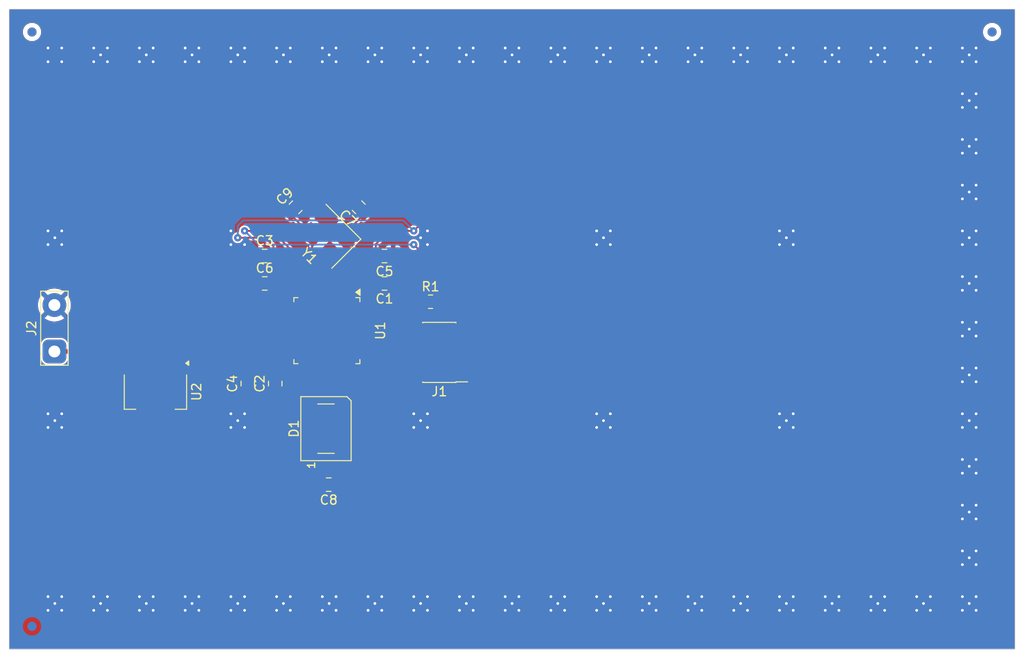
<source format=kicad_pcb>
(kicad_pcb (version 20241229) (generator "pcbnew") (generator_version "9.0")
  (layers (0 "F.Cu" signal) (2 "B.Cu" signal) (13 "F.Paste" user) (15 "B.Paste" user) (5 "F.SilkS" user "F.Silkscreen") (7 "B.SilkS" user "B.Silkscreen") (1 "F.Mask" user) (3 "B.Mask" user) (25 "Edge.Cuts" user))
  (net 0 "")
  (net 16 "GND")
  (net 17 "+3V3")
  (net 18 "OSC_IN")
  (net 19 "+5V")
  (net 20 "OSC_OUT")
  (net 21 "DATA")
  (net 23 "SWCLK")
  (net 25 "SWDIO")
  (net 26 "RESET")
  (net 27 "BOOT0")
  (net 28 "~{RE}")
  (net 29 "PEEL2")
  (net 30 "MCU_TX")
  (net 31 "DRIVE2")
  (net 32 "LED_G")
  (net 33 "DRIVE_QUAD_A")
  (net 34 "SW1")
  (net 35 "MOTOR_ENABLE")
  (net 36 "PA3")
  (net 37 "LED_B")
  (net 38 "PEEL1")
  (net 39 "DE")
  (net 40 "DRIVE1")
  (net 41 "DRIVE_QUAD_B")
  (net 42 "PA1")
  (net 43 "MCU_RX")
  (net 44 "PA0")
  (net 45 "LED_R")
  (net 46 "SW2")
  (footprint "Package_TO_SOT_SMD:SOT-223-3_TabPin2" (layer "F.Cu") (at 16 -28.149999 -90)
    (property "Reference" "U2" (at 0 -4.500001 90) (layer "F.SilkS"))
    (property "Value" "AZ1117-3.3")
    (pad "1" smd roundrect (at -3.15 -2.3 270) (size 2 1.5) (layers "F.Cu" "F.Mask" "F.Paste") (net 16 "GND"))
    (pad "2" smd roundrect (at -3.149999 0 270) (size 2 1.5) (layers "F.Cu" "F.Mask" "F.Paste") (net 17 "+3V3"))
    (pad "2" smd roundrect (at 3.149999 0 270) (size 2 3.8) (layers "F.Cu" "F.Mask" "F.Paste") (net 17 "+3V3"))
    (pad "3" smd roundrect (at -3.15 2.3 270) (size 2 1.5) (layers "F.Cu" "F.Mask" "F.Paste") (net 19 "+5V"))
  )
  (footprint "Connector_PinHeader_1.27mm:PinHeader_2x05_P1.27mm_Vertical_SMD" (layer "F.Cu") (at 47.05 -32.46 180)
    (property "Reference" "J1" (at 0 -4.285001 0) (layer "F.SilkS"))
    (property "Value" "SWD_10")
    (pad "1" smd rect (at -1.95 -2.54 180) (size 2.4 0.74) (layers "F.Cu" "F.Mask" "F.Paste") (net 17 "+3V3"))
    (pad "2" smd rect (at 1.95 -2.54 180) (size 2.4 0.74) (layers "F.Cu" "F.Mask" "F.Paste") (net 25 "SWDIO"))
    (pad "3" smd rect (at -1.95 -1.27 180) (size 2.4 0.74) (layers "F.Cu" "F.Mask" "F.Paste") (net 16 "GND"))
    (pad "4" smd rect (at 1.95 -1.27 180) (size 2.4 0.74) (layers "F.Cu" "F.Mask" "F.Paste") (net 23 "SWCLK"))
    (pad "5" smd rect (at -1.95 0 180) (size 2.4 0.74) (layers "F.Cu" "F.Mask" "F.Paste") (net 16 "GND"))
    (pad "6" smd rect (at 1.95 0 180) (size 2.4 0.74) (layers "F.Cu" "F.Mask" "F.Paste") (net 16 "GND"))
    (pad "7" smd rect (at -1.95 1.27 180) (size 2.4 0.74) (layers "F.Cu" "F.Mask" "F.Paste"))
    (pad "8" smd rect (at 1.95 1.27 180) (size 2.4 0.74) (layers "F.Cu" "F.Mask" "F.Paste") (net 16 "GND"))
    (pad "9" smd rect (at -1.95 2.54 180) (size 2.4 0.74) (layers "F.Cu" "F.Mask" "F.Paste") (net 16 "GND"))
    (pad "10" smd rect (at 1.95 2.54 180) (size 2.4 0.74) (layers "F.Cu" "F.Mask" "F.Paste") (net 26 "RESET"))
  )
  (footprint "Fiducial:Fiducial_1mm_Mask2mm" (layer "F.Cu") (at 107.5 -67.5)
    (property "Reference" "REF**" (hide yes))
    (property "Value" "Fiducial_1mm_Mask2mm" (hide yes))
    (pad "" smd circle (at 0 0) (size 1 1) (layers "F.Cu" "F.Mask"))
  )
  (footprint "TestPoint:TestPoint_2Pads_Pitch5.08mm_Drill1.3mm" (layer "F.Cu") (at 4.95 -32.56 90)
    (property "Reference" "J2" (at 2.54 -2.5 90) (layer "F.SilkS"))
    (property "Value" "PWR")
    (pad "1" thru_hole roundrect (at 0 0 90) (size 2.6 2.6) (drill 1.3) (layers "*.Cu" "*.Mask") (net 19 "+5V"))
    (pad "2" thru_hole circle (at 5.079999 0 90) (size 2.6 2.6) (drill 1.3) (layers "*.Cu" "*.Mask") (net 16 "GND"))
  )
  (footprint "Fiducial:Fiducial_1mm_Mask2mm" (layer "F.Cu") (at 2.5 -67.5)
    (property "Reference" "REF**" (hide yes))
    (property "Value" "Fiducial_1mm_Mask2mm" (hide yes))
    (pad "" smd circle (at 0 0) (size 1 1) (layers "F.Cu" "F.Mask"))
  )
  (footprint "Capacitor_SMD:C_0805_2012Metric" (layer "F.Cu") (at 38.229251 -48.328249 135)
    (property "Reference" "C7" (at 0 -1.679999 135) (layer "F.SilkS"))
    (property "Value" "15p")
    (pad "1" smd roundrect (at -0.949999 0 135) (size 1 1.45) (layers "F.Cu" "F.Mask" "F.Paste") (net 18 "OSC_IN"))
    (pad "2" smd roundrect (at 0.949999 0 135) (size 1 1.45) (layers "F.Cu" "F.Mask" "F.Paste") (net 16 "GND"))
  )
  (footprint "Capacitor_SMD:C_0805_2012Metric" (layer "F.Cu") (at 31.328249 -48.328249 45)
    (property "Reference" "C9" (at 0 -1.679999 45) (layer "F.SilkS"))
    (property "Value" "15p")
    (pad "1" smd roundrect (at -0.949999 0 45) (size 1 1.45) (layers "F.Cu" "F.Mask" "F.Paste") (net 20 "OSC_OUT"))
    (pad "2" smd roundrect (at 0.949999 0 45) (size 1 1.45) (layers "F.Cu" "F.Mask" "F.Paste") (net 16 "GND"))
  )
  (footprint "Fiducial:Fiducial_1mm_Mask2mm" (layer "F.Cu") (at 107.5 -2.5)
    (property "Reference" "REF**" (hide yes))
    (property "Value" "Fiducial_1mm_Mask2mm" (hide yes))
    (pad "" smd circle (at 0 0) (size 1 1) (layers "F.Cu" "F.Mask"))
  )
  (footprint "Crystal:Crystal_SMD_3225-4Pin_3.2x2.5mm_HandSoldering" (layer "F.Cu") (at 34.962132 -45.161522 135)
    (property "Reference" "Y1" (at 0 -3.05 135) (layer "F.SilkS"))
    (property "Value" "8MHz")
    (pad "1" smd rect (at -1.45 1.15 135) (size 2.1 1.8) (layers "F.Cu" "F.Mask" "F.Paste") (net 18 "OSC_IN"))
    (pad "2" smd rect (at 1.45 1.15 135) (size 2.1 1.8) (layers "F.Cu" "F.Mask" "F.Paste") (net 16 "GND"))
    (pad "3" smd rect (at 1.45 -1.15 135) (size 2.1 1.8) (layers "F.Cu" "F.Mask" "F.Paste") (net 20 "OSC_OUT"))
    (pad "4" smd rect (at -1.45 -1.15 135) (size 2.1 1.8) (layers "F.Cu" "F.Mask" "F.Paste") (net 16 "GND"))
  )
  (footprint "Capacitor_SMD:C_0805_2012Metric" (layer "F.Cu") (at 41.050001 -43 180)
    (property "Reference" "C5" (at 0 -1.679999 0) (layer "F.SilkS"))
    (property "Value" "4.7uF")
    (pad "1" smd roundrect (at -0.949999 0 180) (size 1 1.45) (layers "F.Cu" "F.Mask" "F.Paste") (net 16 "GND"))
    (pad "2" smd roundrect (at 0.949999 0 180) (size 1 1.45) (layers "F.Cu" "F.Mask" "F.Paste") (net 17 "+3V3"))
  )
  (footprint "Resistor_SMD:R_0805_2012Metric" (layer "F.Cu") (at 46.0875 -38)
    (property "Reference" "R1" (at 0 -1.65 0) (layer "F.SilkS"))
    (property "Value" "10K")
    (pad "1" smd roundrect (at -0.9125 0) (size 1.025 1.4) (layers "F.Cu" "F.Mask" "F.Paste") (roundrect_rratio 0.243902) (net 26 "RESET"))
    (pad "2" smd roundrect (at 0.9125 0) (size 1.025 1.4) (layers "F.Cu" "F.Mask" "F.Paste") (roundrect_rratio 0.243902) (net 17 "+3V3"))
  )
  (footprint "Capacitor_SMD:C_0805_2012Metric" (layer "F.Cu") (at 34.949999 -18 180)
    (property "Reference" "C8" (at 0 -1.679999 0) (layer "F.SilkS"))
    (property "Value" "4.7uF")
    (pad "1" smd roundrect (at -0.949999 0 180) (size 1 1.45) (layers "F.Cu" "F.Mask" "F.Paste") (net 16 "GND"))
    (pad "2" smd roundrect (at 0.949999 0 180) (size 1 1.45) (layers "F.Cu" "F.Mask" "F.Paste") (net 19 "+5V"))
  )
  (footprint "Capacitor_SMD:C_0805_2012Metric" (layer "F.Cu") (at 41.050001 -40 180)
    (property "Reference" "C1" (at 0 -1.679999 0) (layer "F.SilkS"))
    (property "Value" "100n")
    (pad "1" smd roundrect (at -0.949999 0 180) (size 1 1.45) (layers "F.Cu" "F.Mask" "F.Paste") (net 16 "GND"))
    (pad "2" smd roundrect (at 0.949999 0 180) (size 1 1.45) (layers "F.Cu" "F.Mask" "F.Paste") (net 17 "+3V3"))
  )
  (footprint "Package_QFP:LQFP-48_7x7mm_P0.5mm" (layer "F.Cu") (at 34.75 -34.8375 -90)
    (property "Reference" "U1" (at 0 -5.85 90) (layer "F.SilkS"))
    (property "Value" "STM32F031C6Tx")
    (pad "1" smd roundrect (at -4.1625 -2.75 270) (size 1.475 0.3) (layers "F.Cu" "F.Mask" "F.Paste") (net 17 "+3V3"))
    (pad "2" smd roundrect (at -4.1625 -2.25 270) (size 1.475 0.3) (layers "F.Cu" "F.Mask" "F.Paste"))
    (pad "3" smd roundrect (at -4.1625 -1.75 270) (size 1.475 0.3) (layers "F.Cu" "F.Mask" "F.Paste"))
    (pad "4" smd roundrect (at -4.1625 -1.249999 270) (size 1.475 0.3) (layers "F.Cu" "F.Mask" "F.Paste"))
    (pad "5" smd roundrect (at -4.1625 -0.75 270) (size 1.475 0.3) (layers "F.Cu" "F.Mask" "F.Paste") (net 18 "OSC_IN"))
    (pad "6" smd roundrect (at -4.1625 -0.25 270) (size 1.475 0.3) (layers "F.Cu" "F.Mask" "F.Paste") (net 20 "OSC_OUT"))
    (pad "7" smd roundrect (at -4.1625 0.25 270) (size 1.475 0.3) (layers "F.Cu" "F.Mask" "F.Paste") (net 26 "RESET"))
    (pad "8" smd roundrect (at -4.1625 0.75 270) (size 1.475 0.3) (layers "F.Cu" "F.Mask" "F.Paste") (net 16 "GND"))
    (pad "9" smd roundrect (at -4.1625 1.249999 270) (size 1.475 0.3) (layers "F.Cu" "F.Mask" "F.Paste") (net 17 "+3V3"))
    (pad "10" smd roundrect (at -4.1625 1.75 270) (size 1.475 0.3) (layers "F.Cu" "F.Mask" "F.Paste") (net 44 "PA0"))
    (pad "11" smd roundrect (at -4.1625 2.25 270) (size 1.475 0.3) (layers "F.Cu" "F.Mask" "F.Paste") (net 42 "PA1"))
    (pad "12" smd roundrect (at -4.1625 2.75 270) (size 1.475 0.3) (layers "F.Cu" "F.Mask" "F.Paste") (net 35 "MOTOR_ENABLE"))
    (pad "13" smd roundrect (at -2.75 4.1625 270) (size 0.3 1.475) (layers "F.Cu" "F.Mask" "F.Paste") (net 36 "PA3"))
    (pad "14" smd roundrect (at -2.25 4.1625 270) (size 0.3 1.475) (layers "F.Cu" "F.Mask" "F.Paste") (net 37 "LED_B"))
    (pad "15" smd roundrect (at -1.75 4.1625 270) (size 0.3 1.475) (layers "F.Cu" "F.Mask" "F.Paste"))
    (pad "16" smd roundrect (at -1.249999 4.1625 270) (size 0.3 1.475) (layers "F.Cu" "F.Mask" "F.Paste") (net 32 "LED_G"))
    (pad "17" smd roundrect (at -0.75 4.1625 270) (size 0.3 1.475) (layers "F.Cu" "F.Mask" "F.Paste") (net 45 "LED_R"))
    (pad "18" smd roundrect (at -0.25 4.1625 270) (size 0.3 1.475) (layers "F.Cu" "F.Mask" "F.Paste") (net 46 "SW2"))
    (pad "19" smd roundrect (at 0.25 4.1625 270) (size 0.3 1.475) (layers "F.Cu" "F.Mask" "F.Paste") (net 34 "SW1"))
    (pad "20" smd roundrect (at 0.75 4.1625 270) (size 0.3 1.475) (layers "F.Cu" "F.Mask" "F.Paste"))
    (pad "21" smd roundrect (at 1.249999 4.1625 270) (size 0.3 1.475) (layers "F.Cu" "F.Mask" "F.Paste"))
    (pad "22" smd roundrect (at 1.75 4.1625 270) (size 0.3 1.475) (layers "F.Cu" "F.Mask" "F.Paste"))
    (pad "23" smd roundrect (at 2.25 4.1625 270) (size 0.3 1.475) (layers "F.Cu" "F.Mask" "F.Paste") (net 16 "GND"))
    (pad "24" smd roundrect (at 2.75 4.1625 270) (size 0.3 1.475) (layers "F.Cu" "F.Mask" "F.Paste") (net 17 "+3V3"))
    (pad "25" smd roundrect (at 4.1625 2.75 270) (size 1.475 0.3) (layers "F.Cu" "F.Mask" "F.Paste"))
    (pad "26" smd roundrect (at 4.1625 2.25 270) (size 1.475 0.3) (layers "F.Cu" "F.Mask" "F.Paste"))
    (pad "27" smd roundrect (at 4.1625 1.75 270) (size 1.475 0.3) (layers "F.Cu" "F.Mask" "F.Paste"))
    (pad "28" smd roundrect (at 4.1625 1.249999 270) (size 1.475 0.3) (layers "F.Cu" "F.Mask" "F.Paste"))
    (pad "29" smd roundrect (at 4.1625 0.75 270) (size 1.475 0.3) (layers "F.Cu" "F.Mask" "F.Paste") (net 21 "DATA"))
    (pad "30" smd roundrect (at 4.1625 0.25 270) (size 1.475 0.3) (layers "F.Cu" "F.Mask" "F.Paste") (net 30 "MCU_TX"))
    (pad "31" smd roundrect (at 4.1625 -0.25 270) (size 1.475 0.3) (layers "F.Cu" "F.Mask" "F.Paste") (net 43 "MCU_RX"))
    (pad "32" smd roundrect (at 4.1625 -0.75 270) (size 1.475 0.3) (layers "F.Cu" "F.Mask" "F.Paste") (net 28 "~{RE}"))
    (pad "33" smd roundrect (at 4.1625 -1.249999 270) (size 1.475 0.3) (layers "F.Cu" "F.Mask" "F.Paste") (net 39 "DE"))
    (pad "34" smd roundrect (at 4.1625 -1.75 270) (size 1.475 0.3) (layers "F.Cu" "F.Mask" "F.Paste") (net 25 "SWDIO"))
    (pad "35" smd roundrect (at 4.1625 -2.25 270) (size 1.475 0.3) (layers "F.Cu" "F.Mask" "F.Paste"))
    (pad "36" smd roundrect (at 4.1625 -2.75 270) (size 1.475 0.3) (layers "F.Cu" "F.Mask" "F.Paste"))
    (pad "37" smd roundrect (at 2.75 -4.1625 270) (size 0.3 1.475) (layers "F.Cu" "F.Mask" "F.Paste") (net 23 "SWCLK"))
    (pad "38" smd roundrect (at 2.25 -4.1625 270) (size 0.3 1.475) (layers "F.Cu" "F.Mask" "F.Paste") (net 29 "PEEL2"))
    (pad "39" smd roundrect (at 1.75 -4.1625 270) (size 0.3 1.475) (layers "F.Cu" "F.Mask" "F.Paste") (net 38 "PEEL1"))
    (pad "40" smd roundrect (at 1.249999 -4.1625 270) (size 0.3 1.475) (layers "F.Cu" "F.Mask" "F.Paste") (net 40 "DRIVE1"))
    (pad "41" smd roundrect (at 0.75 -4.1625 270) (size 0.3 1.475) (layers "F.Cu" "F.Mask" "F.Paste") (net 31 "DRIVE2"))
    (pad "42" smd roundrect (at 0.25 -4.1625 270) (size 0.3 1.475) (layers "F.Cu" "F.Mask" "F.Paste") (net 33 "DRIVE_QUAD_A"))
    (pad "43" smd roundrect (at -0.25 -4.1625 270) (size 0.3 1.475) (layers "F.Cu" "F.Mask" "F.Paste") (net 41 "DRIVE_QUAD_B"))
    (pad "44" smd roundrect (at -0.75 -4.1625 270) (size 0.3 1.475) (layers "F.Cu" "F.Mask" "F.Paste") (net 27 "BOOT0"))
    (pad "45" smd roundrect (at -1.249999 -4.1625 270) (size 0.3 1.475) (layers "F.Cu" "F.Mask" "F.Paste"))
    (pad "46" smd roundrect (at -1.75 -4.1625 270) (size 0.3 1.475) (layers "F.Cu" "F.Mask" "F.Paste"))
    (pad "47" smd roundrect (at -2.25 -4.1625 270) (size 0.3 1.475) (layers "F.Cu" "F.Mask" "F.Paste") (net 16 "GND"))
    (pad "48" smd roundrect (at -2.75 -4.1625 270) (size 0.3 1.475) (layers "F.Cu" "F.Mask" "F.Paste") (net 17 "+3V3"))
  )
  (footprint "Capacitor_SMD:C_0805_2012Metric" (layer "F.Cu") (at 27.95 -43)
    (property "Reference" "C3" (at 0 -1.68 0) (layer "F.SilkS"))
    (property "Value" "100n")
    (pad "1" smd roundrect (at -0.95 0) (size 1 1.45) (layers "F.Cu" "F.Mask" "F.Paste") (net 16 "GND"))
    (pad "2" smd roundrect (at 0.95 0) (size 1 1.45) (layers "F.Cu" "F.Mask" "F.Paste") (net 17 "+3V3"))
  )
  (footprint "Capacitor_SMD:C_0805_2012Metric" (layer "F.Cu") (at 27.95 -40)
    (property "Reference" "C6" (at 0 -1.68 0) (layer "F.SilkS"))
    (property "Value" "4.7uF")
    (pad "1" smd roundrect (at -0.95 0) (size 1 1.45) (layers "F.Cu" "F.Mask" "F.Paste") (net 16 "GND"))
    (pad "2" smd roundrect (at 0.95 0) (size 1 1.45) (layers "F.Cu" "F.Mask" "F.Paste") (net 17 "+3V3"))
  )
  (footprint "Capacitor_SMD:C_0805_2012Metric" (layer "F.Cu") (at 29.1 -29.049999 90)
    (property "Reference" "C2" (at 0 -1.679999 90) (layer "F.SilkS"))
    (property "Value" "100n")
    (pad "1" smd roundrect (at -0.949999 0 90) (size 1 1.45) (layers "F.Cu" "F.Mask" "F.Paste") (net 16 "GND"))
    (pad "2" smd roundrect (at 0.949999 0 90) (size 1 1.45) (layers "F.Cu" "F.Mask" "F.Paste") (net 17 "+3V3"))
  )
  (footprint "LED_SMD:LED_WS2812B_PLCC4_5.0x5.0mm_P3.2mm" (layer "F.Cu") (at 34.65 -24.12 90)
    (property "Reference" "D1" (at 0 -3.5 90) (layer "F.SilkS"))
    (property "Value" "WS2812B")
    (fp_text user "1" (at -4 -1.6 90) (layer "F.SilkS") (effects (font (size 0.8 0.8))))
    (pad "1" smd roundrect (at -2.45 -1.65 90) (size 1.5 0.9) (layers "F.Cu" "F.Mask" "F.Paste") (roundrect_rratio 0.1) (net 19 "+5V"))
    (pad "2" smd roundrect (at -2.45 1.65 90) (size 1.5 0.9) (layers "F.Cu" "F.Mask" "F.Paste") (roundrect_rratio 0.1))
    (pad "3" smd roundrect (at 2.45 1.65 90) (size 1.5 0.9) (layers "F.Cu" "F.Mask" "F.Paste") (roundrect_rratio 0.1) (net 16 "GND"))
    (pad "4" smd roundrect (at 2.45 -1.65 90) (size 1.5 0.9) (layers "F.Cu" "F.Mask" "F.Paste") (roundrect_rratio 0.1) (net 21 "DATA"))
  )
  (footprint "Capacitor_SMD:C_0805_2012Metric" (layer "F.Cu") (at 26.1 -29.050001 90)
    (property "Reference" "C4" (at 0 -1.679999 90) (layer "F.SilkS"))
    (property "Value" "100n")
    (pad "1" smd roundrect (at -0.949999 0 90) (size 1 1.45) (layers "F.Cu" "F.Mask" "F.Paste") (net 16 "GND"))
    (pad "2" smd roundrect (at 0.949999 0 90) (size 1 1.45) (layers "F.Cu" "F.Mask" "F.Paste") (net 17 "+3V3"))
  )
  (footprint "Fiducial:Fiducial_1mm_Mask2mm" (layer "B.Cu") (at 107.5 -67.5 180)
    (property "Reference" "REF**" (hide yes))
    (property "Value" "Fiducial_1mm_Mask2mm" (hide yes))
    (pad "" smd circle (at 0 0 180) (size 1 1) (layers "B.Cu" "B.Mask"))
  )
  (footprint "Fiducial:Fiducial_1mm_Mask2mm" (layer "B.Cu") (at 2.5 -67.5)
    (property "Reference" "REF**" (hide yes))
    (property "Value" "Fiducial_1mm_Mask2mm" (hide yes))
    (pad "" smd circle (at 0 0) (size 1 1) (layers "B.Cu" "B.Mask"))
  )
  (footprint "Fiducial:Fiducial_1mm_Mask2mm" (layer "B.Cu") (at 2.5 -2.499999 180)
    (property "Reference" "REF**" (hide yes))
    (property "Value" "Fiducial_1mm_Mask2mm" (hide yes))
    (pad "" smd circle (at 0 0 180) (size 1 1) (layers "B.Cu" "B.Mask"))
  )
  (gr_rect (start 0 -70) (end 110 0) (stroke (width 0.05)) (fill no) (layer "Edge.Cuts"))
  (segment (start 35.174264 -43.323044) (end 35 -43.497308) (width 0.2) (layer "F.Cu") (net 16))
  (segment (start 35 -43.497308) (end 35 -46.75) (width 0.2) (layer "F.Cu") (net 16))
  (segment (start 35 -46.75) (end 34.75 -47) (width 0.2) (layer "F.Cu") (net 16))
  (via (at 54.25 -4.25) (size 0.6) (drill 0.3) (layers "F.Cu" "B.Cu") (net 16))
  (via (at 35.75 -64.25) (size 0.6) (drill 0.3) (layers "F.Cu" "B.Cu") (net 16))
  (via (at 45.75 -44.25) (size 0.8) (drill 0.3) (layers "F.Cu" "B.Cu") (net 16))
  (via (at 104.25 -45.75) (size 0.6) (drill 0.3) (layers "F.Cu" "B.Cu") (net 16))
  (via (at 25.75 -65.75) (size 0.6) (drill 0.3) (layers "F.Cu" "B.Cu") (net 16))
  (via (at 25 -65) (size 0.6) (drill 0.3) (layers "F.Cu" "B.Cu") (net 16))
  (via (at 104.25 -64.250001) (size 0.6) (drill 0.3) (layers "F.Cu" "B.Cu") (net 16))
  (via (at 40.75 -64.25) (size 0.6) (drill 0.3) (layers "F.Cu" "B.Cu") (net 16))
  (via (at 49.25 -5.75) (size 0.6) (drill 0.3) (layers "F.Cu" "B.Cu") (net 16))
  (via (at 25.75 -5.75) (size 0.6) (drill 0.3) (layers "F.Cu" "B.Cu") (net 16))
  (via (at 35.75 -5.75) (size 0.6) (drill 0.3) (layers "F.Cu" "B.Cu") (net 16))
  (via (at 44.25 -5.75) (size 0.6) (drill 0.3) (layers "F.Cu" "B.Cu") (net 16))
  (via (at 104.25 -44.25) (size 0.6) (drill 0.3) (layers "F.Cu" "B.Cu") (net 16))
  (via (at 10.75 -65.75) (size 0.6) (drill 0.3) (layers "F.Cu" "B.Cu") (net 16))
  (via (at 65.75 -5.75) (size 0.6) (drill 0.3) (layers "F.Cu" "B.Cu") (net 16))
  (via (at 65.75 -64.25) (size 0.6) (drill 0.3) (layers "F.Cu" "B.Cu") (net 16))
  (via (at 105.75 -25.75) (size 0.6) (drill 0.3) (layers "F.Cu" "B.Cu") (net 16))
  (via (at 104.249999 -29.25) (size 0.6) (drill 0.3) (layers "F.Cu" "B.Cu") (net 16))
  (via (at 64.25 -64.25) (size 0.6) (drill 0.3) (layers "F.Cu" "B.Cu") (net 16))
  (via (at 80.75 -64.25) (size 0.6) (drill 0.3) (layers "F.Cu" "B.Cu") (net 16))
  (via (at 105 -65) (size 0.6) (drill 0.3) (layers "F.Cu" "B.Cu") (net 16))
  (via (at 39.25 -65.75) (size 0.6) (drill 0.3) (layers "F.Cu" "B.Cu") (net 16))
  (via (at 40 -65) (size 0.6) (drill 0.3) (layers "F.Cu" "B.Cu") (net 16))
  (via (at 65.75 -65.75) (size 0.6) (drill 0.3) (layers "F.Cu" "B.Cu") (net 16))
  (via (at 99.25 -65.75) (size 0.6) (drill 0.3) (layers "F.Cu" "B.Cu") (net 16))
  (via (at 104.25 -60.75) (size 0.6) (drill 0.3) (layers "F.Cu" "B.Cu") (net 16))
  (via (at 9.25 -5.75) (size 0.6) (drill 0.3) (layers "F.Cu" "B.Cu") (net 16))
  (via (at 90.75 -5.75) (size 0.6) (drill 0.3) (layers "F.Cu" "B.Cu") (net 16))
  (via (at 35 -65) (size 0.6) (drill 0.3) (layers "F.Cu" "B.Cu") (net 16))
  (via (at 24.25 -65.75) (size 0.6) (drill 0.3) (layers "F.Cu" "B.Cu") (net 16))
  (via (at 4.25 -65.75) (size 0.6) (drill 0.3) (layers "F.Cu" "B.Cu") (net 16))
  (via (at 24.25 -45.75) (size 0.8) (drill 0.3) (layers "F.Cu" "B.Cu") (net 16))
  (via (at 105 -20) (size 0.6) (drill 0.3) (layers "F.Cu" "B.Cu") (net 16))
  (via (at 89.25 -5.75) (size 0.6) (drill 0.3) (layers "F.Cu" "B.Cu") (net 16))
  (via (at 50.75 -4.25) (size 0.6) (drill 0.3) (layers "F.Cu" "B.Cu") (net 16))
  (via (at 55.75 -65.75) (size 0.6) (drill 0.3) (layers "F.Cu" "B.Cu") (net 16))
  (via (at 75.75 -5.75) (size 0.6) (drill 0.3) (layers "F.Cu" "B.Cu") (net 16))
  (via (at 5.75 -4.25) (size 0.6) (drill 0.3) (layers "F.Cu" "B.Cu") (net 16))
  (via (at 84.25 -25.75) (size 0.6) (drill 0.3) (layers "F.Cu" "B.Cu") (net 16))
  (via (at 50.75 -65.75) (size 0.6) (drill 0.3) (layers "F.Cu" "B.Cu") (net 16))
  (via (at 10 -5) (size 0.6) (drill 0.3) (layers "F.Cu" "B.Cu") (net 16))
  (via (at 20 -5) (size 0.6) (drill 0.3) (layers "F.Cu" "B.Cu") (net 16))
  (via (at 45.75 -65.75) (size 0.6) (drill 0.3) (layers "F.Cu" "B.Cu") (net 16))
  (via (at 84.25 -5.75) (size 0.6) (drill 0.3) (layers "F.Cu" "B.Cu") (net 16))
  (via (at 55 -5) (size 0.6) (drill 0.3) (layers "F.Cu" "B.Cu") (net 16))
  (via (at 30.75 -64.25) (size 0.6) (drill 0.3) (layers "F.Cu" "B.Cu") (net 16))
  (via (at 99.25 -64.25) (size 0.6) (drill 0.3) (layers "F.Cu" "B.Cu") (net 16))
  (via (at 19.25 -64.25) (size 0.6) (drill 0.3) (layers "F.Cu" "B.Cu") (net 16))
  (via (at 4.25 -4.25) (size 0.6) (drill 0.3) (layers "F.Cu" "B.Cu") (net 16))
  (via (at 64.25 -25.75) (size 0.6) (drill 0.3) (layers "F.Cu" "B.Cu") (net 16))
  (via (at 5.75 -64.25) (size 0.6) (drill 0.3) (layers "F.Cu" "B.Cu") (net 16))
  (via (at 35.75 -4.25) (size 0.6) (drill 0.3) (layers "F.Cu" "B.Cu") (net 16))
  (via (at 5.75 -65.75) (size 0.6) (drill 0.3) (layers "F.Cu" "B.Cu") (net 16))
  (via (at 95.75 -65.75) (size 0.6) (drill 0.3) (layers "F.Cu" "B.Cu") (net 16))
  (via (at 104.25 -59.250001) (size 0.6) (drill 0.3) (layers "F.Cu" "B.Cu") (net 16))
  (via (at 89.25 -65.75) (size 0.6) (drill 0.3) (layers "F.Cu" "B.Cu") (net 16))
  (via (at 64.25 -24.25) (size 0.6) (drill 0.3) (layers "F.Cu" "B.Cu") (net 16))
  (via (at 104.25 -49.25) (size 0.6) (drill 0.3) (layers "F.Cu" "B.Cu") (net 16))
  (via (at 24.25 -64.25) (size 0.6) (drill 0.3) (layers "F.Cu" "B.Cu") (net 16))
  (via (at 45 -25) (size 0.6) (drill 0.3) (layers "F.Cu" "B.Cu") (net 16))
  (via (at 59.25 -4.25) (size 0.6) (drill 0.3) (layers "F.Cu" "B.Cu") (net 16))
  (via (at 79.25 -64.25) (size 0.6) (drill 0.3) (layers "F.Cu" "B.Cu") (net 16))
  (via (at 45 -45) (size 0.8) (drill 0.3) (layers "F.Cu" "B.Cu") (net 16))
  (via (at 10.75 -5.75) (size 0.6) (drill 0.3) (layers "F.Cu" "B.Cu") (net 16))
  (via (at 105.750001 -40.75) (size 0.6) (drill 0.3) (layers "F.Cu" "B.Cu") (net 16))
  (via (at 100 -5) (size 0.6) (drill 0.3) (layers "F.Cu" "B.Cu") (net 16))
  (via (at 104.25 -10.75) (size 0.6) (drill 0.3) (layers "F.Cu" "B.Cu") (net 16))
  (via (at 80 -5) (size 0.6) (drill 0.3) (layers "F.Cu" "B.Cu") (net 16))
  (via (at 74.25 -64.25) (size 0.6) (drill 0.3) (layers "F.Cu" "B.Cu") (net 16))
  (via (at 75.75 -4.25) (size 0.6) (drill 0.3) (layers "F.Cu" "B.Cu") (net 16))
  (via (at 45.75 -45.75) (size 0.8) (drill 0.3) (layers "F.Cu" "B.Cu") (net 16))
  (via (at 104.25 -54.25) (size 0.6) (drill 0.3) (layers "F.Cu" "B.Cu") (net 16))
  (via (at 65.75 -4.25) (size 0.6) (drill 0.3) (layers "F.Cu" "B.Cu") (net 16))
  (via (at 104.249999 -34.25) (size 0.6) (drill 0.3) (layers "F.Cu" "B.Cu") (net 16))
  (via (at 39.25 -5.75) (size 0.6) (drill 0.3) (layers "F.Cu" "B.Cu") (net 16))
  (via (at 29.25 -5.75) (size 0.6) (drill 0.3) (layers "F.Cu" "B.Cu") (net 16))
  (via (at 50 -5) (size 0.6) (drill 0.3) (layers "F.Cu" "B.Cu") (net 16))
  (via (at 105.75 -14.25) (size 0.6) (drill 0.3) (layers "F.Cu" "B.Cu") (net 16))
  (via (at 60 -5) (size 0.6) (drill 0.3) (layers "F.Cu" "B.Cu") (net 16))
  (via (at 90.75 -4.25) (size 0.6) (drill 0.3) (layers "F.Cu" "B.Cu") (net 16))
  (via (at 105 -45) (size 0.6) (drill 0.3) (layers "F.Cu" "B.Cu") (net 16))
  (via (at 25.75 -25.75) (size 0.6) (drill 0.3) (layers "F.Cu" "B.Cu") (net 16))
  (via (at 14.25 -64.25) (size 0.6) (drill 0.3) (layers "F.Cu" "B.Cu") (net 16))
  (via (at 39.25 -64.25) (size 0.6) (drill 0.3) (layers "F.Cu" "B.Cu") (net 16))
  (via (at 84.25 -64.25) (size 0.6) (drill 0.3) (layers "F.Cu" "B.Cu") (net 16))
  (via (at 14.25 -5.75) (size 0.6) (drill 0.3) (layers "F.Cu" "B.Cu") (net 16))
  (via (at 75.75 -65.75) (size 0.6) (drill 0.3) (layers "F.Cu" "B.Cu") (net 16))
  (via (at 65 -5) (size 0.6) (drill 0.3) (layers "F.Cu" "B.Cu") (net 16))
  (via (at 39.25 -4.25) (size 0.6) (drill 0.3) (layers "F.Cu" "B.Cu") (net 16))
  (via (at 70.75 -4.25) (size 0.6) (drill 0.3) (layers "F.Cu" "B.Cu") (net 16))
  (via (at 90 -5) (size 0.6) (drill 0.3) (layers "F.Cu" "B.Cu") (net 16))
  (via (at 54.25 -65.75) (size 0.6) (drill 0.3) (layers "F.Cu" "B.Cu") (net 16))
  (via (at 35.75 -65.75) (size 0.6) (drill 0.3) (layers "F.Cu" "B.Cu") (net 16))
  (via (at 64.25 -5.75) (size 0.6) (drill 0.3) (layers "F.Cu" "B.Cu") (net 16))
  (via (at 100.75 -64.25) (size 0.6) (drill 0.3) (layers "F.Cu" "B.Cu") (net 16))
  (via (at 95.75 -64.25) (size 0.6) (drill 0.3) (layers "F.Cu" "B.Cu") (net 16))
  (via (at 69.25 -5.75) (size 0.6) (drill 0.3) (layers "F.Cu" "B.Cu") (net 16))
  (via (at 105 -50) (size 0.6) (drill 0.3) (layers "F.Cu" "B.Cu") (net 16))
  (via (at 34.25 -4.25) (size 0.6) (drill 0.3) (layers "F.Cu" "B.Cu") (net 16))
  (via (at 40 -5) (size 0.6) (drill 0.3) (layers "F.Cu" "B.Cu") (net 16))
  (via (at 24.25 -4.25) (size 0.6) (drill 0.3) (layers "F.Cu" "B.Cu") (net 16))
  (via (at 5.75 -44.25) (size 0.6) (drill 0.3) (layers "F.Cu" "B.Cu") (net 16))
  (via (at 64.25 -45.75) (size 0.6) (drill 0.3) (layers "F.Cu" "B.Cu") (net 16))
  (via (at 100 -65) (size 0.6) (drill 0.3) (layers "F.Cu" "B.Cu") (net 16))
  (via (at 105.75 -24.250001) (size 0.6) (drill 0.3) (layers "F.Cu" "B.Cu") (net 16))
  (via (at 15.75 -64.25) (size 0.6) (drill 0.3) (layers "F.Cu" "B.Cu") (net 16))
  (via (at 50.75 -5.75) (size 0.6) (drill 0.3) (layers "F.Cu" "B.Cu") (net 16))
  (via (at 100.75 -65.75) (size 0.6) (drill 0.3) (layers "F.Cu" "B.Cu") (net 16))
  (via (at 85 -45) (size 0.6) (drill 0.3) (layers "F.Cu" "B.Cu") (net 16))
  (via (at 25.75 -4.25) (size 0.6) (drill 0.3) (layers "F.Cu" "B.Cu") (net 16))
  (via (at 50 -65) (size 0.6) (drill 0.3) (layers "F.Cu" "B.Cu") (net 16))
  (via (at 5.75 -5.75) (size 0.6) (drill 0.3) (layers "F.Cu" "B.Cu") (net 16))
  (via (at 4.25 -5.75) (size 0.6) (drill 0.3) (layers "F.Cu" "B.Cu") (net 16))
  (via (at 100.75 -4.25) (size 0.6) (drill 0.3) (layers "F.Cu" "B.Cu") (net 16))
  (via (at 85 -65) (size 0.6) (drill 0.3) (layers "F.Cu" "B.Cu") (net 16))
  (via (at 85.75 -64.25) (size 0.6) (drill 0.3) (layers "F.Cu" "B.Cu") (net 16))
  (via (at 55.75 -5.75) (size 0.6) (drill 0.3) (layers "F.Cu" "B.Cu") (net 16))
  (via (at 59.25 -64.25) (size 0.6) (drill 0.3) (layers "F.Cu" "B.Cu") (net 16))
  (via (at 54.25 -5.75) (size 0.6) (drill 0.3) (layers "F.Cu" "B.Cu") (net 16))
  (via (at 85.75 -5.75) (size 0.6) (drill 0.3) (layers "F.Cu" "B.Cu") (net 16))
  (via (at 4.25 -45.75) (size 0.6) (drill 0.3) (layers "F.Cu" "B.Cu") (net 16))
  (via (at 79.25 -4.25) (size 0.6) (drill 0.3) (layers "F.Cu" "B.Cu") (net 16))
  (via (at 24.25 -44.25) (size 0.8) (drill 0.3) (layers "F.Cu" "B.Cu") (net 16))
  (via (at 55.75 -64.25) (size 0.6) (drill 0.3) (layers "F.Cu" "B.Cu") (net 16))
  (via (at 15.75 -5.75) (size 0.6) (drill 0.3) (layers "F.Cu" "B.Cu") (net 16))
  (via (at 30 -65) (size 0.6) (drill 0.3) (layers "F.Cu" "B.Cu") (net 16))
  (via (at 45.75 -64.25) (size 0.6) (drill 0.3) (layers "F.Cu" "B.Cu") (net 16))
  (via (at 105.75 -55.75) (size 0.6) (drill 0.3) (layers "F.Cu" "B.Cu") (net 16))
  (via (at 10.75 -4.25) (size 0.6) (drill 0.3) (layers "F.Cu" "B.Cu") (net 16))
  (via (at 105 -30.000001) (size 0.6) (drill 0.3) (layers "F.Cu" "B.Cu") (net 16))
  (via (at 84.25 -65.75) (size 0.6) (drill 0.3) (layers "F.Cu" "B.Cu") (net 16))
  (via (at 49.25 -64.25) (size 0.6) (drill 0.3) (layers "F.Cu" "B.Cu") (net 16))
  (via (at 45.75 -25.75) (size 0.6) (drill 0.3) (layers "F.Cu" "B.Cu") (net 16))
  (via (at 90.75 -65.75) (size 0.6) (drill 0.3) (layers "F.Cu" "B.Cu") (net 16))
  (via (at 30.75 -5.75) (size 0.6) (drill 0.3) (layers "F.Cu" "B.Cu") (net 16))
  (via (at 65.75 -44.25) (size 0.6) (drill 0.3) (layers "F.Cu" "B.Cu") (net 16))
  (via (at 9.25 -64.25) (size 0.6) (drill 0.3) (layers "F.Cu" "B.Cu") (net 16))
  (via (at 105.750001 -29.25) (size 0.6) (drill 0.3) (layers "F.Cu" "B.Cu") (net 16))
  (via (at 79.25 -65.75) (size 0.6) (drill 0.3) (layers "F.Cu" "B.Cu") (net 16))
  (via (at 25.75 -24.25) (size 0.6) (drill 0.3) (layers "F.Cu" "B.Cu") (net 16))
  (via (at 60.75 -64.25) (size 0.6) (drill 0.3) (layers "F.Cu" "B.Cu") (net 16))
  (via (at 105.75 -39.25) (size 0.6) (drill 0.3) (layers "F.Cu" "B.Cu") (net 16))
  (via (at 20.75 -4.25) (size 0.6) (drill 0.3) (layers "F.Cu" "B.Cu") (net 16))
  (via (at 49.25 -65.75) (size 0.6) (drill 0.3) (layers "F.Cu" "B.Cu") (net 16))
  (via (at 5.75 -25.75) (size 0.6) (drill 0.3) (layers "F.Cu" "B.Cu") (net 16))
  (via (at 104.25 -15.75) (size 0.6) (drill 0.3) (layers "F.Cu" "B.Cu") (net 16))
  (via (at 60.75 -4.25) (size 0.6) (drill 0.3) (layers "F.Cu" "B.Cu") (net 16))
  (via (at 104.25 -50.75) (size 0.6) (drill 0.3) (layers "F.Cu" "B.Cu") (net 16))
  (via (at 24.25 -5.75) (size 0.6) (drill 0.3) (layers "F.Cu" "B.Cu") (net 16))
  (via (at 104.25 -35.750001) (size 0.6) (drill 0.3) (layers "F.Cu" "B.Cu") (net 16))
  (via (at 4.25 -44.25) (size 0.6) (drill 0.3) (layers "F.Cu" "B.Cu") (net 16))
  (via (at 5 -45) (size 0.6) (drill 0.3) (layers "F.Cu" "B.Cu") (net 16))
  (via (at 99.25 -5.75) (size 0.6) (drill 0.3) (layers "F.Cu" "B.Cu") (net 16))
  (via (at 4.25 -25.75) (size 0.6) (drill 0.3) (layers "F.Cu" "B.Cu") (net 16))
  (via (at 5 -65) (size 0.6) (drill 0.001) (layers "F.Cu" "B.Cu") (net 16))
  (via (at 105 -5) (size 0.6) (drill 0.3) (layers "F.Cu" "B.Cu") (net 16))
  (via (at 85.75 -4.25) (size 0.6) (drill 0.3) (layers "F.Cu" "B.Cu") (net 16))
  (via (at 34.25 -5.75) (size 0.6) (drill 0.3) (layers "F.Cu" "B.Cu") (net 16))
  (via (at 70.75 -65.75) (size 0.6) (drill 0.3) (layers "F.Cu" "B.Cu") (net 16))
  (via (at 80.75 -65.75) (size 0.6) (drill 0.3) (layers "F.Cu" "B.Cu") (net 16))
  (via (at 85.75 -25.75) (size 0.6) (drill 0.3) (layers "F.Cu" "B.Cu") (net 16))
  (via (at 104.25 -14.25) (size 0.6) (drill 0.3) (layers "F.Cu" "B.Cu") (net 16))
  (via (at 105.75 -10.75) (size 0.6) (drill 0.3) (layers "F.Cu" "B.Cu") (net 16))
  (via (at 89.25 -4.25) (size 0.6) (drill 0.3) (layers "F.Cu" "B.Cu") (net 16))
  (via (at 44.25 -24.25) (size 0.6) (drill 0.3) (layers "F.Cu" "B.Cu") (net 16))
  (via (at 105.75 -35.750001) (size 0.6) (drill 0.3) (layers "F.Cu" "B.Cu") (net 16))
  (via (at 105.75 -30.75) (size 0.6) (drill 0.3) (layers "F.Cu" "B.Cu") (net 16))
  (via (at 105 -10) (size 0.6) (drill 0.3) (layers "F.Cu" "B.Cu") (net 16))
  (via (at 104.25 -25.75) (size 0.6) (drill 0.3) (layers "F.Cu" "B.Cu") (net 16))
  (via (at 25 -5) (size 0.6) (drill 0.3) (layers "F.Cu" "B.Cu") (net 16))
  (via (at 65 -65) (size 0.6) (drill 0.3) (layers "F.Cu" "B.Cu") (net 16))
  (via (at 65.75 -45.75) (size 0.6) (drill 0.3) (layers "F.Cu" "B.Cu") (net 16))
  (via (at 104.25 -55.75) (size 0.6) (drill 0.3) (layers "F.Cu" "B.Cu") (net 16))
  (via (at 99.25 -4.25) (size 0.6) (drill 0.3) (layers "F.Cu" "B.Cu") (net 16))
  (via (at 44.25 -65.75) (size 0.6) (drill 0.3) (layers "F.Cu" "B.Cu") (net 16))
  (via (at 24.25 -25.75) (size 0.6) (drill 0.3) (layers "F.Cu" "B.Cu") (net 16))
  (via (at 105.750001 -34.25) (size 0.6) (drill 0.3) (layers "F.Cu" "B.Cu") (net 16))
  (via (at 34.25 -65.75) (size 0.6) (drill 0.3) (layers "F.Cu" "B.Cu") (net 16))
  (via (at 105.75 -50.75) (size 0.6) (drill 0.3) (layers "F.Cu" "B.Cu") (net 16))
  (via (at 90 -65) (size 0.6) (drill 0.3) (layers "F.Cu" "B.Cu") (net 16))
  (via (at 70 -65) (size 0.6) (drill 0.3) (layers "F.Cu" "B.Cu") (net 16))
  (via (at 54.25 -64.25) (size 0.6) (drill 0.3) (layers "F.Cu" "B.Cu") (net 16))
  (via (at 104.249999 -40.75) (size 0.6) (drill 0.3) (layers "F.Cu" "B.Cu") (net 16))
  (via (at 95 -5) (size 0.6) (drill 0.3) (layers "F.Cu" "B.Cu") (net 16))
  (via (at 5.75 -45.75) (size 0.6) (drill 0.3) (layers "F.Cu" "B.Cu") (net 16))
  (via (at 85.75 -65.75) (size 0.6) (drill 0.3) (layers "F.Cu" "B.Cu") (net 16))
  (via (at 64.25 -65.75) (size 0.6) (drill 0.3) (layers "F.Cu" "B.Cu") (net 16))
  (via (at 104.25 -4.25) (size 0.6) (drill 0.3) (layers "F.Cu" "B.Cu") (net 16))
  (via (at 59.25 -5.75) (size 0.6) (drill 0.3) (layers "F.Cu" "B.Cu") (net 16))
  (via (at 75 -65) (size 0.6) (drill 0.3) (layers "F.Cu" "B.Cu") (net 16))
  (via (at 45 -5) (size 0.6) (drill 0.3) (layers "F.Cu" "B.Cu") (net 16))
  (via (at 34.25 -64.25) (size 0.6) (drill 0.3) (layers "F.Cu" "B.Cu") (net 16))
  (via (at 84.25 -45.75) (size 0.6) (drill 0.3) (layers "F.Cu" "B.Cu") (net 16))
  (via (at 104.25 -9.25) (size 0.6) (drill 0.3) (layers "F.Cu" "B.Cu") (net 16))
  (via (at 80 -65) (size 0.6) (drill 0.3) (layers "F.Cu" "B.Cu") (net 16))
  (via (at 60.75 -65.75) (size 0.6) (drill 0.3) (layers "F.Cu" "B.Cu") (net 16))
  (via (at 104.25 -5.75) (size 0.6) (drill 0.3) (layers "F.Cu" "B.Cu") (net 16))
  (via (at 49.25 -4.25) (size 0.6) (drill 0.3) (layers "F.Cu" "B.Cu") (net 16))
  (via (at 5 -5) (size 0.6) (drill 0.3) (layers "F.Cu" "B.Cu") (net 16))
  (via (at 5 -25) (size 0.6) (drill 0.3) (layers "F.Cu" "B.Cu") (net 16))
  (via (at 5.75 -24.25) (size 0.6) (drill 0.3) (layers "F.Cu" "B.Cu") (net 16))
  (via (at 29.25 -64.25) (size 0.6) (drill 0.3) (layers "F.Cu" "B.Cu") (net 16))
  (via (at 45 -65) (size 0.6) (drill 0.3) (layers "F.Cu" "B.Cu") (net 16))
  (via (at 105.75 -15.75) (size 0.6) (drill 0.3) (layers "F.Cu" "B.Cu") (net 16))
  (via (at 104.25 -30.75) (size 0.6) (drill 0.3) (layers "F.Cu" "B.Cu") (net 16))
  (via (at 65 -25) (size 0.6) (drill 0.3) (layers "F.Cu" "B.Cu") (net 16))
  (via (at 94.25 -5.75) (size 0.6) (drill 0.3) (layers "F.Cu" "B.Cu") (net 16))
  (via (at 19.25 -65.75) (size 0.6) (drill 0.3) (layers "F.Cu" "B.Cu") (net 16))
  (via (at 105.75 -44.25) (size 0.6) (drill 0.3) (layers "F.Cu" "B.Cu") (net 16))
  (via (at 105 -55) (size 0.6) (drill 0.3) (layers "F.Cu" "B.Cu") (net 16))
  (via (at 65.75 -25.75) (size 0.6) (drill 0.3) (layers "F.Cu" "B.Cu") (net 16))
  (via (at 94.25 -4.25) (size 0.6) (drill 0.3) (layers "F.Cu" "B.Cu") (net 16))
  (via (at 105.75 -9.25) (size 0.6) (drill 0.3) (layers "F.Cu" "B.Cu") (net 16))
  (via (at 60.75 -5.75) (size 0.6) (drill 0.3) (layers "F.Cu" "B.Cu") (net 16))
  (via (at 80.75 -5.75) (size 0.6) (drill 0.3) (layers "F.Cu" "B.Cu") (net 16))
  (via (at 44.25 -4.25) (size 0.6) (drill 0.3) (layers "F.Cu" "B.Cu") (net 16))
  (via (at 65 -45) (size 0.6) (drill 0.3) (layers "F.Cu" "B.Cu") (net 16))
  (via (at 74.25 -5.75) (size 0.6) (drill 0.3) (layers "F.Cu" "B.Cu") (net 16))
  (via (at 9.25 -4.25) (size 0.6) (drill 0.3) (layers "F.Cu" "B.Cu") (net 16))
  (via (at 69.25 -64.25) (size 0.6) (drill 0.3) (layers "F.Cu" "B.Cu") (net 16))
  (via (at 75.75 -64.25) (size 0.6) (drill 0.3) (layers "F.Cu" "B.Cu") (net 16))
  (via (at 104.25 -19.25) (size 0.6) (drill 0.3) (layers "F.Cu" "B.Cu") (net 16))
  (via (at 105 -60) (size 0.6) (drill 0.3) (layers "F.Cu" "B.Cu") (net 16))
  (via (at 105.75 -60.75) (size 0.6) (drill 0.3) (layers "F.Cu" "B.Cu") (net 16))
  (via (at 35 -5) (size 0.6) (drill 0.3) (layers "F.Cu" "B.Cu") (net 16))
  (via (at 105.75 -5.75) (size 0.6) (drill 0.3) (layers "F.Cu" "B.Cu") (net 16))
  (via (at 100.75 -5.75) (size 0.6) (drill 0.3) (layers "F.Cu" "B.Cu") (net 16))
  (via (at 19.25 -5.75) (size 0.6) (drill 0.3) (layers "F.Cu" "B.Cu") (net 16))
  (via (at 94.25 -65.75) (size 0.6) (drill 0.3) (layers "F.Cu" "B.Cu") (net 16))
  (via (at 24.25 -24.25) (size 0.6) (drill 0.3) (layers "F.Cu" "B.Cu") (net 16))
  (via (at 44.25 -25.75) (size 0.6) (drill 0.3) (layers "F.Cu" "B.Cu") (net 16))
  (via (at 105 -15) (size 0.6) (drill 0.3) (layers "F.Cu" "B.Cu") (net 16))
  (via (at 95.75 -4.25) (size 0.6) (drill 0.3) (layers "F.Cu" "B.Cu") (net 16))
  (via (at 10 -65) (size 0.6) (drill 0.3) (layers "F.Cu" "B.Cu") (net 16))
  (via (at 90.75 -64.25) (size 0.6) (drill 0.3) (layers "F.Cu" "B.Cu") (net 16))
  (via (at 105.75 -59.250001) (size 0.6) (drill 0.3) (layers "F.Cu" "B.Cu") (net 16))
  (via (at 104.25 -24.250001) (size 0.6) (drill 0.3) (layers "F.Cu" "B.Cu") (net 16))
  (via (at 84.25 -4.25) (size 0.6) (drill 0.3) (layers "F.Cu" "B.Cu") (net 16))
  (via (at 45.75 -4.25) (size 0.6) (drill 0.3) (layers "F.Cu" "B.Cu") (net 16))
  (via (at 80.75 -4.25) (size 0.6) (drill 0.3) (layers "F.Cu" "B.Cu") (net 16))
  (via (at 95 -65) (size 0.6) (drill 0.3) (layers "F.Cu" "B.Cu") (net 16))
  (via (at 104.25 -20.75) (size 0.6) (drill 0.3) (layers "F.Cu" "B.Cu") (net 16))
  (via (at 74.25 -4.25) (size 0.6) (drill 0.3) (layers "F.Cu" "B.Cu") (net 16))
  (via (at 70 -5) (size 0.6) (drill 0.3) (layers "F.Cu" "B.Cu") (net 16))
  (via (at 55 -65) (size 0.6) (drill 0.3) (layers "F.Cu" "B.Cu") (net 16))
  (via (at 60 -65) (size 0.6) (drill 0.3) (layers "F.Cu" "B.Cu") (net 16))
  (via (at 84.25 -44.25) (size 0.6) (drill 0.3) (layers "F.Cu" "B.Cu") (net 16))
  (via (at 59.25 -65.75) (size 0.6) (drill 0.3) (layers "F.Cu" "B.Cu") (net 16))
  (via (at 65.75 -24.25) (size 0.6) (drill 0.3) (layers "F.Cu" "B.Cu") (net 16))
  (via (at 105.75 -45.75) (size 0.6) (drill 0.3) (layers "F.Cu" "B.Cu") (net 16))
  (via (at 20 -65) (size 0.6) (drill 0.3) (layers "F.Cu" "B.Cu") (net 16))
  (via (at 74.25 -65.75) (size 0.6) (drill 0.3) (layers "F.Cu" "B.Cu") (net 16))
  (via (at 15.75 -65.75) (size 0.6) (drill 0.3) (layers "F.Cu" "B.Cu") (net 16))
  (via (at 85.75 -45.75) (size 0.6) (drill 0.3) (layers "F.Cu" "B.Cu") (net 16))
  (via (at 40.75 -4.25) (size 0.6) (drill 0.3) (layers "F.Cu" "B.Cu") (net 16))
  (via (at 10.75 -64.25) (size 0.6) (drill 0.3) (layers "F.Cu" "B.Cu") (net 16))
  (via (at 75 -5) (size 0.6) (drill 0.3) (layers "F.Cu" "B.Cu") (net 16))
  (via (at 104.25 -39.25) (size 0.6) (drill 0.3) (layers "F.Cu" "B.Cu") (net 16))
  (via (at 45.75 -5.75) (size 0.6) (drill 0.3) (layers "F.Cu" "B.Cu") (net 16))
  (via (at 64.25 -44.25) (size 0.6) (drill 0.3) (layers "F.Cu" "B.Cu") (net 16))
  (via (at 29.25 -4.25) (size 0.6) (drill 0.3) (layers "F.Cu" "B.Cu") (net 16))
  (via (at 50.75 -64.25) (size 0.6) (drill 0.3) (layers "F.Cu" "B.Cu") (net 16))
  (via (at 29.25 -65.75) (size 0.6) (drill 0.3) (layers "F.Cu" "B.Cu") (net 16))
  (via (at 85.75 -24.25) (size 0.6) (drill 0.3) (layers "F.Cu" "B.Cu") (net 16))
  (via (at 25.75 -64.25) (size 0.6) (drill 0.3) (layers "F.Cu" "B.Cu") (net 16))
  (via (at 14.25 -4.25) (size 0.6) (drill 0.3) (layers "F.Cu" "B.Cu") (net 16))
  (via (at 30.75 -65.75) (size 0.6) (drill 0.3) (layers "F.Cu" "B.Cu") (net 16))
  (via (at 25.75 -44.25) (size 0.8) (drill 0.3) (layers "F.Cu" "B.Cu") (net 16))
  (via (at 20.75 -5.75) (size 0.6) (drill 0.3) (layers "F.Cu" "B.Cu") (net 16))
  (via (at 25 -25) (size 0.6) (drill 0.3) (layers "F.Cu" "B.Cu") (net 16))
  (via (at 9.25 -65.75) (size 0.6) (drill 0.3) (layers "F.Cu" "B.Cu") (net 16))
  (via (at 85.75 -44.25) (size 0.6) (drill 0.3) (layers "F.Cu" "B.Cu") (net 16))
  (via (at 105.75 -64.250001) (size 0.6) (drill 0.3) (layers "F.Cu" "B.Cu") (net 16))
  (via (at 105 -35.000001) (size 0.6) (drill 0.3) (layers "F.Cu" "B.Cu") (net 16))
  (via (at 4.25 -64.25) (size 0.6) (drill 0.3) (layers "F.Cu" "B.Cu") (net 16))
  (via (at 64.25 -4.25) (size 0.6) (drill 0.3) (layers "F.Cu" "B.Cu") (net 16))
  (via (at 94.25 -64.25) (size 0.6) (drill 0.3) (layers "F.Cu" "B.Cu") (net 16))
  (via (at 4.25 -24.25) (size 0.6) (drill 0.3) (layers "F.Cu" "B.Cu") (net 16))
  (via (at 55.75 -4.25) (size 0.6) (drill 0.3) (layers "F.Cu" "B.Cu") (net 16))
  (via (at 104.25 -65.75) (size 0.6) (drill 0.3) (layers "F.Cu" "B.Cu") (net 16))
  (via (at 105.75 -20.75) (size 0.6) (drill 0.3) (layers "F.Cu" "B.Cu") (net 16))
  (via (at 45.75 -24.25) (size 0.6) (drill 0.3) (layers "F.Cu" "B.Cu") (net 16))
  (via (at 105.75 -49.25) (size 0.6) (drill 0.3) (layers "F.Cu" "B.Cu") (net 16))
  (via (at 69.25 -65.75) (size 0.6) (drill 0.3) (layers "F.Cu" "B.Cu") (net 16))
  (via (at 70.75 -5.75) (size 0.6) (drill 0.3) (layers "F.Cu" "B.Cu") (net 16))
  (via (at 30.75 -4.25) (size 0.6) (drill 0.3) (layers "F.Cu" "B.Cu") (net 16))
  (via (at 105.75 -65.75) (size 0.6) (drill 0.3) (layers "F.Cu" "B.Cu") (net 16))
  (via (at 20.75 -64.25) (size 0.6) (drill 0.3) (layers "F.Cu" "B.Cu") (net 16))
  (via (at 85 -25) (size 0.6) (drill 0.3) (layers "F.Cu" "B.Cu") (net 16))
  (via (at 40.75 -65.75) (size 0.6) (drill 0.3) (layers "F.Cu" "B.Cu") (net 16))
  (via (at 105.75 -4.25) (size 0.6) (drill 0.3) (layers "F.Cu" "B.Cu") (net 16))
  (via (at 15.75 -4.25) (size 0.6) (drill 0.3) (layers "F.Cu" "B.Cu") (net 16))
  (via (at 79.25 -5.75) (size 0.6) (drill 0.3) (layers "F.Cu" "B.Cu") (net 16))
  (via (at 84.25 -24.25) (size 0.6) (drill 0.3) (layers "F.Cu" "B.Cu") (net 16))
  (via (at 105 -25) (size 0.6) (drill 0.3) (layers "F.Cu" "B.Cu") (net 16))
  (via (at 95.75 -5.75) (size 0.6) (drill 0.3) (layers "F.Cu" "B.Cu") (net 16))
  (via (at 105.75 -54.25) (size 0.6) (drill 0.3) (layers "F.Cu" "B.Cu") (net 16))
  (via (at 85 -5) (size 0.6) (drill 0.3) (layers "F.Cu" "B.Cu") (net 16))
  (via (at 89.25 -64.25) (size 0.6) (drill 0.3) (layers "F.Cu" "B.Cu") (net 16))
  (via (at 14.25 -65.75) (size 0.6) (drill 0.3) (layers "F.Cu" "B.Cu") (net 16))
  (via (at 40.75 -5.75) (size 0.6) (drill 0.3) (layers "F.Cu" "B.Cu") (net 16))
  (via (at 19.25 -4.25) (size 0.6) (drill 0.3) (layers "F.Cu" "B.Cu") (net 16))
  (via (at 15 -65) (size 0.6) (drill 0.3) (layers "F.Cu" "B.Cu") (net 16))
  (via (at 20.75 -65.75) (size 0.6) (drill 0.3) (layers "F.Cu" "B.Cu") (net 16))
  (via (at 44.25 -64.25) (size 0.6) (drill 0.3) (layers "F.Cu" "B.Cu") (net 16))
  (via (at 15 -5) (size 0.6) (drill 0.3) (layers "F.Cu" "B.Cu") (net 16))
  (via (at 105 -39.999999) (size 0.6) (drill 0.3) (layers "F.Cu" "B.Cu") (net 16))
  (via (at 70.75 -64.25) (size 0.6) (drill 0.3) (layers "F.Cu" "B.Cu") (net 16))
  (via (at 69.25 -4.25) (size 0.6) (drill 0.3) (layers "F.Cu" "B.Cu") (net 16))
  (via (at 105.75 -19.25) (size 0.6) (drill 0.3) (layers "F.Cu" "B.Cu") (net 16))
  (via (at 30 -5) (size 0.6) (drill 0.3) (layers "F.Cu" "B.Cu") (net 16))
  (segment (start 30.5875 -32.0875) (end 29.1 -32.0875) (width 0.2) (layer "F.Cu") (net 17))
  (segment (start 28 -45) (end 28.9 -44.1) (width 0.2) (layer "F.Cu") (net 17))
  (segment (start 33.500001 -39) (end 33.500001 -40.199999) (width 0.2) (layer "F.Cu") (net 17))
  (segment (start 29.1 -32.0875) (end 29.0125 -32.0875) (width 0.2) (layer "F.Cu") (net 17))
  (segment (start 29.1 -29.999998) (end 29.1 -32.0875) (width 0.5) (layer "F.Cu") (net 17))
  (segment (start 29.099998 -30) (end 29.1 -29.999998) (width 0.5) (layer "F.Cu") (net 17))
  (segment (start 50.3 -38) (end 47 -38) (width 0.2) (layer "F.Cu") (net 17))
  (segment (start 37.5 -39) (end 38.9125 -39) (width 0.2) (layer "F.Cu") (net 17))
  (segment (start 44.25 -45.75) (end 44.2 -45.8) (width 0.2) (layer "F.Cu") (net 17))
  (segment (start 29.0125 -32.0875) (end 29 -32.1) (width 0.2) (layer "F.Cu") (net 17))
  (segment (start 29 -39.9) (end 28.9 -40) (width 0.2) (layer "F.Cu") (net 17))
  (segment (start 47 -45.6) (end 47 -38) (width 0.2) (layer "F.Cu") (net 17))
  (segment (start 40.100002 -44.300002) (end 41.55 -45.75) (width 0.2) (layer "F.Cu") (net 17))
  (segment (start 46.1 -46.5) (end 47 -45.6) (width 0.2) (layer "F.Cu") (net 17))
  (segment (start 51.22 -29.92) (end 51.9 -30.6) (width 0.2) (layer "F.Cu") (net 17))
  (segment (start 44.25 -45.75) (end 45 -46.5) (width 0.2) (layer "F.Cu") (net 17))
  (segment (start 45 -46.5) (end 46.1 -46.5) (width 0.2) (layer "F.Cu") (net 17))
  (segment (start 26.1 -30) (end 29.099998 -30) (width 0.5) (layer "F.Cu") (net 17))
  (segment (start 29 -32.1) (end 29 -39.9) (width 0.2) (layer "F.Cu") (net 17))
  (segment (start 29.399938 -40.499938) (end 28.9 -40) (width 0.2) (layer "F.Cu") (net 17))
  (segment (start 28.9 -40) (end 28.9 -43) (width 0.2) (layer "F.Cu") (net 17))
  (segment (start 16 -31.299998) (end 16 -32.8) (width 0.5) (layer "F.Cu") (net 17))
  (segment (start 39.3 -39) (end 40.100002 -39.800002) (width 0.2) (layer "F.Cu") (net 17))
  (segment (start 33.500001 -40.199999) (end 33.200062 -40.499938) (width 0.2) (layer "F.Cu") (net 17))
  (segment (start 51.9 -30.6) (end 51.9 -36.4) (width 0.2) (layer "F.Cu") (net 17))
  (segment (start 16 -25) (end 16 -31.299998) (width 0.5) (layer "F.Cu") (net 17))
  (segment (start 25 -45) (end 28 -45) (width 0.2) (layer "F.Cu") (net 17))
  (segment (start 38.9125 -37.5875) (end 38.9125 -38.7125) (width 0.2) (layer "F.Cu") (net 17))
  (segment (start 40.100002 -43) (end 40.100002 -40) (width 0.2) (layer "F.Cu") (net 17))
  (segment (start 28.9 -44.1) (end 28.9 -43) (width 0.2) (layer "F.Cu") (net 17))
  (segment (start 49 -29.92) (end 51.22 -29.92) (width 0.2) (layer "F.Cu") (net 17))
  (segment (start 38.9125 -39) (end 38.9125 -38.7125) (width 0.2) (layer "F.Cu") (net 17))
  (segment (start 17.1 -33.9) (end 22.2 -33.9) (width 0.5) (layer "F.Cu") (net 17))
  (segment (start 38.9125 -39) (end 39.3 -39) (width 0.2) (layer "F.Cu") (net 17))
  (segment (start 41.55 -45.75) (end 44.25 -45.75) (width 0.2) (layer "F.Cu") (net 17))
  (segment (start 51.9 -36.4) (end 50.3 -38) (width 0.2) (layer "F.Cu") (net 17))
  (segment (start 33.200062 -40.499938) (end 29.399938 -40.499938) (width 0.2) (layer "F.Cu") (net 17))
  (segment (start 40.100002 -39.800002) (end 40.100002 -40) (width 0.2) (layer "F.Cu") (net 17))
  (segment (start 22.2 -33.9) (end 26.1 -30) (width 0.5) (layer "F.Cu") (net 17))
  (segment (start 16 -32.8) (end 17.1 -33.9) (width 0.5) (layer "F.Cu") (net 17))
  (segment (start 40.100002 -43) (end 40.100002 -44.300002) (width 0.2) (layer "F.Cu") (net 17))
  (via (at 44.25 -45.75) (size 0.8) (drill 0.3) (layers "F.Cu" "B.Cu") (net 17))
  (via (at 25 -45) (size 0.8) (drill 0.3) (layers "F.Cu" "B.Cu") (net 17))
  (segment (start 43.1 -46.9) (end 25.600001 -46.9) (width 0.2) (layer "B.Cu") (net 17))
  (segment (start 25.600001 -46.9) (end 25 -46.299999) (width 0.2) (layer "B.Cu") (net 17))
  (segment (start 25 -46.299999) (end 25 -45) (width 0.2) (layer "B.Cu") (net 17))
  (segment (start 44.25 -45.75) (end 43.1 -46.9) (width 0.2) (layer "B.Cu") (net 17))
  (segment (start 36.80061 -45.556106) (end 36.80061 -44.94939) (width 0.2) (layer "F.Cu") (net 18))
  (segment (start 37.543072 -44.206928) (end 36.80061 -44.94939) (width 0.2) (layer "F.Cu") (net 18))
  (segment (start 35.5 -39) (end 35.5 -40.9) (width 0.2) (layer "F.Cu") (net 18))
  (segment (start 35.5 -40.9) (end 37.543072 -42.943072) (width 0.2) (layer "F.Cu") (net 18))
  (segment (start 38.901002 -47.656498) (end 36.80061 -45.556106) (width 0.2) (layer "F.Cu") (net 18))
  (segment (start 37.543072 -42.943072) (end 37.543072 -44.206928) (width 0.2) (layer "F.Cu") (net 18))
  (segment (start 12.439999 -32.56) (end 13.7 -31.299999) (width 0.5) (layer "F.Cu") (net 19))
  (segment (start 33 -19) (end 33 -21.67) (width 0.5) (layer "F.Cu") (net 19))
  (segment (start 34 -18) (end 33 -19) (width 0.5) (layer "F.Cu") (net 19))
  (segment (start 4.95 -32.56) (end 12.439999 -32.56) (width 0.5) (layer "F.Cu") (net 19))
  (segment (start 13.7 -31.299999) (end 12 -29.599999) (width 0.5) (layer "F.Cu") (net 19))
  (segment (start 12 -23.6) (end 13.93 -21.67) (width 0.5) (layer "F.Cu") (net 19))
  (segment (start 12 -29.599999) (end 12 -23.6) (width 0.5) (layer "F.Cu") (net 19))
  (segment (start 13.93 -21.67) (end 33 -21.67) (width 0.5) (layer "F.Cu") (net 19))
  (segment (start 35 -39) (end 35 -40.9) (width 0.2) (layer "F.Cu") (net 20))
  (segment (start 32.939342 -45.373654) (end 33.123654 -45.373654) (width 0.2) (layer "F.Cu") (net 20))
  (segment (start 33.123654 -42.776346) (end 33.123654 -45.373654) (width 0.2) (layer "F.Cu") (net 20))
  (segment (start 35 -40.9) (end 33.123654 -42.776346) (width 0.2) (layer "F.Cu") (net 20))
  (segment (start 30.656498 -47.656498) (end 32.939342 -45.373654) (width 0.2) (layer "F.Cu") (net 20))
  (segment (start 34 -27.9) (end 33 -26.9) (width 0.2) (layer "F.Cu") (net 21))
  (segment (start 34 -30.675) (end 34 -27.9) (width 0.2) (layer "F.Cu") (net 21))
  (segment (start 33 -26.9) (end 33 -26.57) (width 0.2) (layer "F.Cu") (net 21))
  (segment (start 41.91 -31.19) (end 45.1 -31.19) (width 0.2) (layer "F.Cu") (net 23))
  (segment (start 41.0125 -32.0875) (end 41.91 -31.19) (width 0.2) (layer "F.Cu") (net 23))
  (segment (start 38.9125 -32.0875) (end 41.0125 -32.0875) (width 0.2) (layer "F.Cu") (net 23))
  (segment (start 36.5 -30.675) (end 36.5 -29.3) (width 0.2) (layer "F.Cu") (net 25))
  (segment (start 44.32 -29.92) (end 45.1 -29.92) (width 0.2) (layer "F.Cu") (net 25))
  (segment (start 43.2 -28.8) (end 44.32 -29.92) (width 0.2) (layer "F.Cu") (net 25))
  (segment (start 36.5 -29.3) (end 37 -28.8) (width 0.2) (layer "F.Cu") (net 25))
  (segment (start 37 -28.8) (end 43.2 -28.8) (width 0.2) (layer "F.Cu") (net 25))
  (segment (start 34.5 -40) (end 28.75 -45.75) (width 0.2) (layer "F.Cu") (net 26))
  (segment (start 44.25 -44.25) (end 45.175 -43.325) (width 0.2) (layer "F.Cu") (net 26))
  (segment (start 45.1 -37.925) (end 45.175 -38) (width 0.2) (layer "F.Cu") (net 26))
  (segment (start 34.5 -39) (end 34.5 -40) (width 0.2) (layer "F.Cu") (net 26))
  (segment (start 45.175 -43.325) (end 45.175 -38) (width 0.2) (layer "F.Cu") (net 26))
  (segment (start 28.75 -45.75) (end 25.75 -45.75) (width 0.2) (layer "F.Cu") (net 26))
  (segment (start 45.1 -35) (end 45.1 -37.925) (width 0.2) (layer "F.Cu") (net 26))
  (via (at 25.75 -45.75) (size 0.8) (drill 0.3) (layers "F.Cu" "B.Cu") (net 26))
  (via (at 44.25 -44.25) (size 0.8) (drill 0.3) (layers "F.Cu" "B.Cu") (net 26))
  (segment (start 25.75 -45.75) (end 27.25 -44.25) (width 0.2) (layer "B.Cu") (net 26))
  (segment (start 27.25 -44.25) (end 44.25 -44.25) (width 0.2) (layer "B.Cu") (net 26))
  (zone (net 16) (net_name "GND") (layers "F.Cu" "B.Cu") (connect_pads (clearance 0.15)) (min_thickness 0.25) (fill yes (thermal_gap 0.5) (thermal_bridge_width 0.5) (island_removal_mode 1) (island_area_min 10))
    (polygon (pts (xy -1 1) (xy 111 1) (xy 111 -71) (xy -1 -71)))
  )
)
</source>
